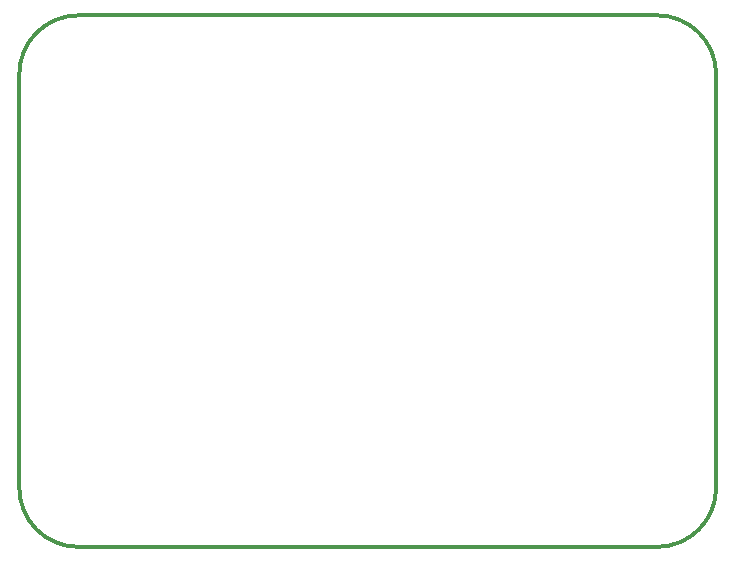
<source format=gbr>
G04 #@! TF.GenerationSoftware,KiCad,Pcbnew,(5.1.6)-1*
G04 #@! TF.CreationDate,2021-04-21T08:47:47-05:00*
G04 #@! TF.ProjectId,PortableAmp,506f7274-6162-46c6-9541-6d702e6b6963,rev?*
G04 #@! TF.SameCoordinates,Original*
G04 #@! TF.FileFunction,Profile,NP*
%FSLAX46Y46*%
G04 Gerber Fmt 4.6, Leading zero omitted, Abs format (unit mm)*
G04 Created by KiCad (PCBNEW (5.1.6)-1) date 2021-04-21 08:47:47*
%MOMM*%
%LPD*%
G01*
G04 APERTURE LIST*
G04 #@! TA.AperFunction,Profile*
%ADD10C,0.300000*%
G04 #@! TD*
G04 APERTURE END LIST*
D10*
X152000000Y-120000000D02*
X103000000Y-120000000D01*
X103000000Y-75000000D02*
X152000000Y-75000000D01*
X103000000Y-120000000D02*
G75*
G02*
X98000000Y-115000000I0J5000000D01*
G01*
X98000000Y-80000000D02*
G75*
G02*
X103000000Y-75000000I5000000J0D01*
G01*
X98000000Y-80000000D02*
X98000000Y-115000000D01*
X157000000Y-115000000D02*
G75*
G02*
X152000000Y-120000000I-5000000J0D01*
G01*
X157000000Y-80000000D02*
X157000000Y-115000000D01*
X152000000Y-75000000D02*
G75*
G02*
X157000000Y-80000000I0J-5000000D01*
G01*
M02*

</source>
